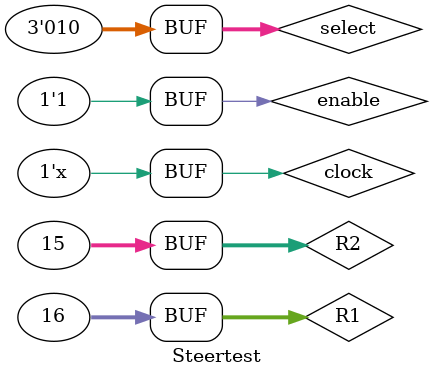
<source format=v>
`timescale 1ns / 1ps


module Steertest;

// Inputs
	reg clock;
	reg enable;
	reg [2:0] select;
	reg [31:0] R1;
	reg [31:0] R2;

	// Outputs
	wire [7:0] Out8;
	wire [7:0] Out7;
	wire [7:0] Out6;
	wire [7:0] Out5;
	wire [7:0] Out4;
	wire [7:0] Out3;
	wire [7:0] Out2;
	wire [7:0] Out1;

	// Instantiate the Unit Under Test (UUT)
	SM uut (
		.clock(clock), 
		.enable(enable), 
		.select(select), 
		.R1(R1), 
		.R2(R2), 
		.Out8(Out8), 
		.Out7(Out7), 
		.Out6(Out6), 
		.Out5(Out5), 
		.Out4(Out4), 
		.Out3(Out3), 
		.Out2(Out2), 
		.Out1(Out1)
	);

	always #5clock= ~clock;
	initial begin
		// Initialize Inputs
		clock = 0;
		enable = 1;
		select = 0;
		R1 = 0;
		R2 = 0;

		// Wait 100 ns for global reset to finish
		#100;
		
        
		// Add stimulus here
				clock = 0;
		enable = 1;
		select = 0;
		R1 = 16;
		R2 = 15;

		// Wait 100 ns for global reset to finish
		#20;

		clock = 0;
		enable = 1;
		select = 1;
		R1 = 16;
		R2 = 15;

		// Wait 100 ns for global reset to finish
		#20;

		clock = 0;
		enable = 1;
		select = 2;
		R1 = 16;
		R2 = 15;

		// Wait 100 ns for global reset to finish
		#20;


	end
      
endmodule


</source>
